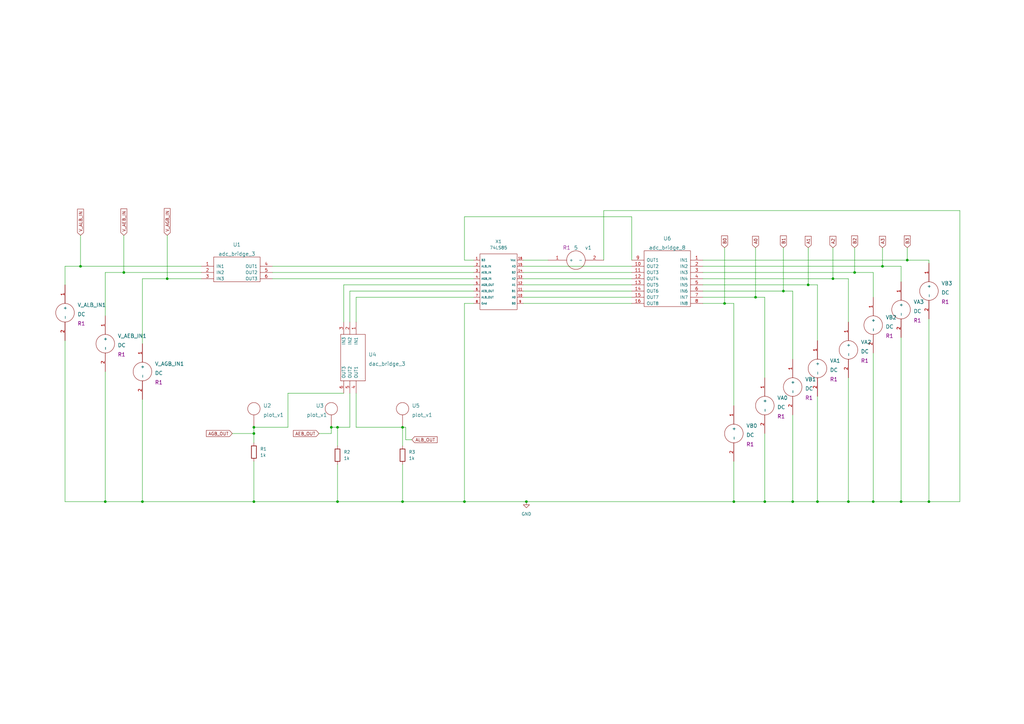
<source format=kicad_sch>
(kicad_sch (version 20211123) (generator eeschema)
  (paper "A3")
  (lib_symbols
    (symbol "DC_1" (pin_names (offset 1.016))
      (property "Reference" "VB0" (at 5.08 3.175 0))
      (property "Value" "DC_1" (at 5.08 -0.635 0))
      (property "Footprint" "R1" (at 5.08 -4.445 0))
      (symbol "DC_1_0_1"
        (circle (center 0 0) (radius 3.81))
      )
      (symbol "DC_1_1_1"
        (pin power_out line (at 0 11.43 270) (length 7.62) (name "+") (number "1"))
        (pin power_in line (at 0 -11.43 90) (length 7.62) (name "-") (number "2"))
      )
    )
    (symbol "DC_10" (pin_names (offset 1.016))
      (property "Reference" "V_AGB_IN1" (at 5.08 3.175 0))
      (property "Value" "DC_10" (at 5.08 -0.635 0))
      (property "Footprint" "R1" (at 5.08 -4.445 0))
      (symbol "DC_10_0_1"
        (circle (center 0 0) (radius 3.81))
      )
      (symbol "DC_10_1_1"
        (pin power_out line (at 0 11.43 270) (length 7.62) (name "+") (number "1"))
        (pin power_in line (at 0 -11.43 90) (length 7.62) (name "-") (number "2"))
      )
    )
    (symbol "DC_11" (pin_names (offset 1.016))
      (property "Reference" "V_AEB_IN1" (at 5.08 3.175 0))
      (property "Value" "DC_11" (at 5.08 -0.635 0))
      (property "Footprint" "R1" (at 5.08 -4.445 0))
      (symbol "DC_11_0_1"
        (circle (center 0 0) (radius 3.81))
      )
      (symbol "DC_11_1_1"
        (pin power_out line (at 0 11.43 270) (length 7.62) (name "+") (number "1"))
        (pin power_in line (at 0 -11.43 90) (length 7.62) (name "-") (number "2"))
      )
    )
    (symbol "DC_2" (pin_names (offset 1.016))
      (property "Reference" "VA0" (at 5.08 3.175 0))
      (property "Value" "DC_2" (at 5.08 -0.635 0))
      (property "Footprint" "R1" (at 5.08 -4.445 0))
      (symbol "DC_2_0_1"
        (circle (center 0 0) (radius 3.81))
      )
      (symbol "DC_2_1_1"
        (pin power_out line (at 0 11.43 270) (length 7.62) (name "+") (number "1"))
        (pin power_in line (at 0 -11.43 90) (length 7.62) (name "-") (number "2"))
      )
    )
    (symbol "DC_3" (pin_names (offset 1.016))
      (property "Reference" "VB1" (at 5.08 3.175 0))
      (property "Value" "DC_3" (at 5.08 -0.635 0))
      (property "Footprint" "R1" (at 5.08 -4.445 0))
      (symbol "DC_3_0_1"
        (circle (center 0 0) (radius 3.81))
      )
      (symbol "DC_3_1_1"
        (pin power_out line (at 0 11.43 270) (length 7.62) (name "+") (number "1"))
        (pin power_in line (at 0 -11.43 90) (length 7.62) (name "-") (number "2"))
      )
    )
    (symbol "DC_4" (pin_names (offset 1.016))
      (property "Reference" "VA1" (at 5.08 3.175 0))
      (property "Value" "DC_4" (at 5.08 -0.635 0))
      (property "Footprint" "R1" (at 5.08 -4.445 0))
      (symbol "DC_4_0_1"
        (circle (center 0 0) (radius 3.81))
      )
      (symbol "DC_4_1_1"
        (pin power_out line (at 0 11.43 270) (length 7.62) (name "+") (number "1"))
        (pin power_in line (at 0 -11.43 90) (length 7.62) (name "-") (number "2"))
      )
    )
    (symbol "DC_5" (pin_names (offset 1.016))
      (property "Reference" "VA2" (at 5.08 3.175 0))
      (property "Value" "DC_5" (at 5.08 -0.635 0))
      (property "Footprint" "R1" (at 5.08 -4.445 0))
      (symbol "DC_5_0_1"
        (circle (center 0 0) (radius 3.81))
      )
      (symbol "DC_5_1_1"
        (pin power_out line (at 0 11.43 270) (length 7.62) (name "+") (number "1"))
        (pin power_in line (at 0 -11.43 90) (length 7.62) (name "-") (number "2"))
      )
    )
    (symbol "DC_6" (pin_names (offset 1.016))
      (property "Reference" "VB2" (at 5.08 3.175 0))
      (property "Value" "DC_6" (at 5.08 -0.635 0))
      (property "Footprint" "R1" (at 5.08 -4.445 0))
      (symbol "DC_6_0_1"
        (circle (center 0 0) (radius 3.81))
      )
      (symbol "DC_6_1_1"
        (pin power_out line (at 0 11.43 270) (length 7.62) (name "+") (number "1"))
        (pin power_in line (at 0 -11.43 90) (length 7.62) (name "-") (number "2"))
      )
    )
    (symbol "DC_7" (pin_names (offset 1.016))
      (property "Reference" "VA3" (at 5.08 3.175 0))
      (property "Value" "DC_7" (at 5.08 -0.635 0))
      (property "Footprint" "R1" (at 5.08 -4.445 0))
      (symbol "DC_7_0_1"
        (circle (center 0 0) (radius 3.81))
      )
      (symbol "DC_7_1_1"
        (pin power_out line (at 0 11.43 270) (length 7.62) (name "+") (number "1"))
        (pin power_in line (at 0 -11.43 90) (length 7.62) (name "-") (number "2"))
      )
    )
    (symbol "DC_8" (pin_names (offset 1.016))
      (property "Reference" "VB3" (at 5.08 3.175 0))
      (property "Value" "DC_8" (at 5.08 -0.635 0))
      (property "Footprint" "R1" (at 5.08 -4.445 0))
      (symbol "DC_8_0_1"
        (circle (center 0 0) (radius 3.81))
      )
      (symbol "DC_8_1_1"
        (pin power_out line (at 0 11.43 270) (length 7.62) (name "+") (number "1"))
        (pin power_in line (at 0 -11.43 90) (length 7.62) (name "-") (number "2"))
      )
    )
    (symbol "DC_9" (pin_names (offset 1.016))
      (property "Reference" "v1" (at 5.08 5.08 90))
      (property "Value" "5" (at 1.27 5.08 90))
      (property "Footprint" "R1" (at -2.54 5.08 90))
      (symbol "DC_9_0_1"
        (circle (center 0 0) (radius 3.81))
      )
      (symbol "DC_9_1_1"
        (pin power_out line (at 0 11.43 270) (length 7.62) (name "+") (number "1"))
        (pin power_in line (at 0 -11.43 90) (length 7.62) (name "-") (number "2"))
      )
    )
    (symbol "eSim_Devices:resistor" (pin_numbers hide) (pin_names (offset 0))
      (property "Reference" "R" (at 1.27 3.302 0))
      (property "Value" "resistor" (at 1.27 -1.27 0))
      (symbol "resistor_0_1"
        (rectangle (start 3.81 0.254) (end -1.27 2.286) (stroke (width 0.254)))
      )
      (symbol "resistor_1_1"
        (pin passive line (at -2.54 1.27 0) (length 1.27) (name "~") (number "1"))
        (pin passive line (at 5.08 1.27 180) (length 1.27) (name "~") (number "2"))
      )
    )
    (symbol "eSim_Hybrid:adc_bridge_3" (pin_names (offset 1.016))
      (property "Reference" "U" (at 0 0 0))
      (property "Value" "adc_bridge_3" (at 0 3.81 0))
      (symbol "adc_bridge_3_0_1"
        (rectangle (start -10.16 5.08) (end 8.89 -5.08))
      )
      (symbol "adc_bridge_3_1_1"
        (pin input line (at -15.24 1.27 0) (length 5.08) (name "IN1") (number "1"))
        (pin input line (at -15.24 -1.27 0) (length 5.08) (name "IN2") (number "2"))
        (pin input line (at -15.24 -3.81 0) (length 5.08) (name "IN3") (number "3"))
        (pin output line (at 13.97 1.27 180) (length 5.08) (name "OUT1") (number "4"))
        (pin output line (at 13.97 -1.27 180) (length 5.08) (name "OUT2") (number "5"))
        (pin output line (at 13.97 -3.81 180) (length 5.08) (name "OUT3") (number "6"))
      )
    )
    (symbol "eSim_Hybrid:adc_bridge_8" (pin_names (offset 1.016))
      (property "Reference" "U" (at 0 0 0))
      (property "Value" "adc_bridge_8" (at 0 3.81 0))
      (symbol "adc_bridge_8_0_1"
        (rectangle (start -10.16 5.08) (end 8.89 -17.78))
      )
      (symbol "adc_bridge_8_1_1"
        (pin input line (at -15.24 1.27 0) (length 5.08) (name "IN1") (number "1"))
        (pin output line (at 13.97 -1.27 180) (length 5.08) (name "OUT2") (number "10"))
        (pin output line (at 13.97 -3.81 180) (length 5.08) (name "OUT3") (number "11"))
        (pin output line (at 13.97 -6.35 180) (length 5.08) (name "OUT4") (number "12"))
        (pin output line (at 13.97 -8.89 180) (length 5.08) (name "OUT5") (number "13"))
        (pin output line (at 13.97 -11.43 180) (length 5.08) (name "OUT6") (number "14"))
        (pin output line (at 13.97 -13.97 180) (length 5.08) (name "OUT7") (number "15"))
        (pin output line (at 13.97 -16.51 180) (length 5.08) (name "OUT8") (number "16"))
        (pin input line (at -15.24 -1.27 0) (length 5.08) (name "IN2") (number "2"))
        (pin input line (at -15.24 -3.81 0) (length 5.08) (name "IN3") (number "3"))
        (pin input line (at -15.24 -6.35 0) (length 5.08) (name "IN4") (number "4"))
        (pin input line (at -15.24 -8.89 0) (length 5.08) (name "IN5") (number "5"))
        (pin input line (at -15.24 -11.43 0) (length 5.08) (name "IN6") (number "6"))
        (pin input line (at -15.24 -13.97 0) (length 5.08) (name "IN7") (number "7"))
        (pin input line (at -15.24 -16.51 0) (length 5.08) (name "IN8") (number "8"))
        (pin output line (at 13.97 1.27 180) (length 5.08) (name "OUT1") (number "9"))
      )
    )
    (symbol "eSim_Hybrid:dac_bridge_3" (pin_names (offset 1.016))
      (property "Reference" "U" (at 0 0 0))
      (property "Value" "dac_bridge_3" (at 0 3.81 0))
      (symbol "dac_bridge_3_0_1"
        (rectangle (start -10.16 5.08) (end 8.89 -5.08))
      )
      (symbol "dac_bridge_3_1_1"
        (pin input line (at -15.24 1.27 0) (length 5.08) (name "IN1") (number "1"))
        (pin input line (at -15.24 -1.27 0) (length 5.08) (name "IN2") (number "2"))
        (pin input line (at -15.24 -3.81 0) (length 5.08) (name "IN3") (number "3"))
        (pin output line (at 13.97 1.27 180) (length 5.08) (name "OUT1") (number "4"))
        (pin output line (at 13.97 -1.27 180) (length 5.08) (name "OUT2") (number "5"))
        (pin output line (at 13.97 -3.81 180) (length 5.08) (name "OUT3") (number "6"))
      )
    )
    (symbol "eSim_Plot:plot_v1" (pin_names (offset 1.016))
      (property "Reference" "U" (at 0 12.7 0))
      (property "Value" "plot_v1" (at 5.08 8.89 0))
      (symbol "plot_v1_0_1"
        (circle (center 0 12.7) (radius 2.54))
      )
      (symbol "plot_v1_1_1"
        (pin input line (at 0 5.08 90) (length 5.08) (name "~") (number "~"))
      )
    )
    (symbol "eSim_Power:eSim_GND" (power) (pin_names (offset 0))
      (property "Value" "eSim_GND" (at 0 -3.81 0))
      (symbol "eSim_GND_0_1"
        (polyline (pts (xy 0 0) (xy 0 -1.27) (xy 1.27 -1.27) (xy 0 -2.54) (xy -1.27 -1.27) (xy 0 -1.27)))
      )
      (symbol "eSim_GND_1_1"
        (pin power_in line (at 0 0 270) (length 0) hide (name "GND") (number "1"))
      )
    )
    (symbol "eSim_Sources:DC" (pin_names (offset 1.016))
      (property "Reference" "V_ALB_IN1" (at 5.08 3.175 0))
      (property "Value" "DC" (at 5.08 -0.635 0))
      (property "Footprint" "R1" (at 5.08 -4.445 0))
      (symbol "DC_0_1"
        (circle (center 0 0) (radius 3.81))
      )
      (symbol "DC_1_1"
        (pin power_out line (at 0 11.43 270) (length 7.62) (name "+") (number "1"))
        (pin power_in line (at 0 -11.43 90) (length 7.62) (name "-") (number "2"))
      )
    )
    (symbol "eSim_Subckt:74LS85"
      (property "Reference" "X" (at 0 0 0))
      (property "Value" "74LS85" (at 0 0 0))
      (symbol "74LS85_0_1"
        (rectangle (start -7.62 11.43) (end 7.62 -11.43))
      )
      (symbol "74LS85_1_1"
        (pin input line (at -10.16 8.89 0) (length 2.54) (name "B3") (number "1"))
        (pin input line (at 10.16 -6.35 180) (length 2.54) (name "A0") (number "10"))
        (pin input line (at 10.16 -3.81 180) (length 2.54) (name "B1") (number "11"))
        (pin input line (at 10.16 -1.27 180) (length 2.54) (name "A1") (number "12"))
        (pin input line (at 10.16 1.27 180) (length 2.54) (name "A2") (number "13"))
        (pin input line (at 10.16 3.81 180) (length 2.54) (name "B2") (number "14"))
        (pin input line (at 10.16 6.35 180) (length 2.54) (name "A3") (number "15"))
        (pin power_in line (at 10.16 8.89 180) (length 2.54) (name "Vcc") (number "16"))
        (pin input line (at -10.16 6.35 0) (length 2.54) (name "ALB_IN") (number "2"))
        (pin input line (at -10.16 3.81 0) (length 2.54) (name "AEB_IN") (number "3"))
        (pin input line (at -10.16 1.27 0) (length 2.54) (name "AGB_IN") (number "4"))
        (pin output line (at -10.16 -1.27 0) (length 2.54) (name "AGB_OUT") (number "5"))
        (pin output line (at -10.16 -3.81 0) (length 2.54) (name "AEB_OUT") (number "6"))
        (pin output line (at -10.16 -6.35 0) (length 2.54) (name "ALB_OUT") (number "7"))
        (pin power_in line (at -10.16 -8.89 0) (length 2.54) (name "Gnd") (number "8"))
        (pin input line (at 10.16 -8.89 180) (length 2.54) (name "B0") (number "9"))
      )
    )
  )
  (junction (at 165.1 205.74))
  (junction (at 104.14 175.26))
  (junction (at 341.63 114.3))
  (junction (at 335.28 205.74))
  (junction (at 138.43 175.26))
  (junction (at 33.02 109.22))
  (junction (at 369.57 205.74))
  (junction (at 313.69 205.74))
  (junction (at 350.52 111.76))
  (junction (at 138.43 205.74))
  (junction (at 297.18 124.46))
  (junction (at 104.14 177.8))
  (junction (at 321.31 119.38))
  (junction (at 300.99 205.74))
  (junction (at 190.5 205.74))
  (junction (at 104.14 205.74))
  (junction (at 165.1 175.26))
  (junction (at 381 205.74))
  (junction (at 135.89 175.26))
  (junction (at 43.18 205.74))
  (junction (at 50.8 111.76))
  (junction (at 58.42 205.74))
  (junction (at 358.14 205.74))
  (junction (at 372.11 106.68))
  (junction (at 331.47 116.84))
  (junction (at 68.58 114.3))
  (junction (at 325.12 205.74))
  (junction (at 309.88 121.92))
  (junction (at 215.9 205.74))
  (junction (at 347.98 205.74))
  (junction (at 361.95 109.22))
  (wire (pts (xy 369.57 138.43) (xy 369.57 205.74)))
  (wire (pts (xy 190.5 124.46) (xy 190.5 205.74)))
  (wire (pts (xy 140.97 132.08) (xy 140.97 116.84)))
  (wire (pts (xy 165.1 205.74) (xy 190.5 205.74)))
  (wire (pts (xy 313.69 154.94) (xy 313.69 121.92)))
  (wire (pts (xy 146.05 161.29) (xy 146.05 175.26)))
  (wire (pts (xy 372.11 106.68) (xy 288.29 106.68)))
  (wire (pts (xy 190.5 124.46) (xy 194.31 124.46)))
  (wire (pts (xy 26.67 116.84) (xy 26.67 109.22)))
  (wire (pts (xy 190.5 88.9) (xy 190.5 106.68)))
  (wire (pts (xy 111.76 109.22) (xy 194.31 109.22)))
  (wire (pts (xy 325.12 170.18) (xy 325.12 205.74)))
  (wire (pts (xy 335.28 116.84) (xy 331.47 116.84)))
  (wire (pts (xy 214.63 111.76) (xy 259.08 111.76)))
  (wire (pts (xy 347.98 154.94) (xy 347.98 205.74)))
  (wire (pts (xy 341.63 101.6) (xy 341.63 114.3)))
  (wire (pts (xy 33.02 96.52) (xy 33.02 109.22)))
  (wire (pts (xy 111.76 111.76) (xy 194.31 111.76)))
  (wire (pts (xy 300.99 166.37) (xy 300.99 124.46)))
  (wire (pts (xy 358.14 144.78) (xy 358.14 205.74)))
  (wire (pts (xy 146.05 132.08) (xy 146.05 121.92)))
  (wire (pts (xy 190.5 106.68) (xy 194.31 106.68)))
  (wire (pts (xy 43.18 111.76) (xy 50.8 111.76)))
  (wire (pts (xy 118.11 161.29) (xy 140.97 161.29)))
  (wire (pts (xy 104.14 175.26) (xy 104.14 177.8)))
  (wire (pts (xy 259.08 88.9) (xy 190.5 88.9)))
  (wire (pts (xy 347.98 132.08) (xy 347.98 114.3)))
  (wire (pts (xy 26.67 109.22) (xy 33.02 109.22)))
  (wire (pts (xy 361.95 101.6) (xy 361.95 109.22)))
  (wire (pts (xy 325.12 119.38) (xy 325.12 147.32)))
  (wire (pts (xy 104.14 189.23) (xy 104.14 205.74)))
  (wire (pts (xy 43.18 129.54) (xy 43.18 111.76)))
  (wire (pts (xy 33.02 109.22) (xy 82.55 109.22)))
  (wire (pts (xy 190.5 205.74) (xy 215.9 205.74)))
  (wire (pts (xy 165.1 175.26) (xy 166.37 175.26)))
  (wire (pts (xy 58.42 163.83) (xy 58.42 205.74)))
  (wire (pts (xy 358.14 205.74) (xy 369.57 205.74)))
  (wire (pts (xy 325.12 205.74) (xy 335.28 205.74)))
  (wire (pts (xy 358.14 121.92) (xy 358.14 111.76)))
  (wire (pts (xy 350.52 111.76) (xy 288.29 111.76)))
  (wire (pts (xy 68.58 96.52) (xy 68.58 114.3)))
  (wire (pts (xy 143.51 119.38) (xy 194.31 119.38)))
  (wire (pts (xy 369.57 109.22) (xy 361.95 109.22)))
  (wire (pts (xy 321.31 119.38) (xy 325.12 119.38)))
  (wire (pts (xy 215.9 205.74) (xy 300.99 205.74)))
  (wire (pts (xy 247.65 86.36) (xy 393.7 86.36)))
  (wire (pts (xy 381 106.68) (xy 372.11 106.68)))
  (wire (pts (xy 214.63 124.46) (xy 259.08 124.46)))
  (wire (pts (xy 393.7 86.36) (xy 393.7 205.74)))
  (wire (pts (xy 58.42 205.74) (xy 104.14 205.74)))
  (wire (pts (xy 214.63 116.84) (xy 259.08 116.84)))
  (wire (pts (xy 309.88 121.92) (xy 288.29 121.92)))
  (wire (pts (xy 95.25 177.8) (xy 104.14 177.8)))
  (wire (pts (xy 165.1 175.26) (xy 165.1 182.88)))
  (wire (pts (xy 369.57 205.74) (xy 381 205.74)))
  (wire (pts (xy 347.98 205.74) (xy 358.14 205.74)))
  (wire (pts (xy 214.63 109.22) (xy 259.08 109.22)))
  (wire (pts (xy 347.98 114.3) (xy 341.63 114.3)))
  (wire (pts (xy 118.11 175.26) (xy 118.11 161.29)))
  (wire (pts (xy 146.05 175.26) (xy 165.1 175.26)))
  (wire (pts (xy 335.28 139.7) (xy 335.28 116.84)))
  (wire (pts (xy 68.58 114.3) (xy 82.55 114.3)))
  (wire (pts (xy 26.67 205.74) (xy 43.18 205.74)))
  (wire (pts (xy 214.63 114.3) (xy 259.08 114.3)))
  (wire (pts (xy 135.89 177.8) (xy 135.89 175.26)))
  (wire (pts (xy 369.57 115.57) (xy 369.57 109.22)))
  (wire (pts (xy 393.7 205.74) (xy 381 205.74)))
  (wire (pts (xy 350.52 101.6) (xy 350.52 111.76)))
  (wire (pts (xy 259.08 106.68) (xy 259.08 88.9)))
  (wire (pts (xy 111.76 114.3) (xy 194.31 114.3)))
  (wire (pts (xy 313.69 177.8) (xy 313.69 205.74)))
  (wire (pts (xy 381 205.74) (xy 381 130.81)))
  (wire (pts (xy 146.05 121.92) (xy 194.31 121.92)))
  (wire (pts (xy 300.99 124.46) (xy 297.18 124.46)))
  (wire (pts (xy 214.63 119.38) (xy 259.08 119.38)))
  (wire (pts (xy 130.81 177.8) (xy 135.89 177.8)))
  (wire (pts (xy 372.11 101.6) (xy 372.11 106.68)))
  (wire (pts (xy 143.51 132.08) (xy 143.51 119.38)))
  (wire (pts (xy 335.28 205.74) (xy 347.98 205.74)))
  (wire (pts (xy 331.47 116.84) (xy 288.29 116.84)))
  (wire (pts (xy 50.8 111.76) (xy 82.55 111.76)))
  (wire (pts (xy 300.99 189.23) (xy 300.99 205.74)))
  (wire (pts (xy 143.51 175.26) (xy 138.43 175.26)))
  (wire (pts (xy 26.67 139.7) (xy 26.67 205.74)))
  (wire (pts (xy 104.14 177.8) (xy 104.14 181.61)))
  (wire (pts (xy 140.97 116.84) (xy 194.31 116.84)))
  (wire (pts (xy 166.37 180.34) (xy 166.37 175.26)))
  (wire (pts (xy 168.91 180.34) (xy 166.37 180.34)))
  (wire (pts (xy 214.63 121.92) (xy 259.08 121.92)))
  (wire (pts (xy 214.63 106.68) (xy 224.79 106.68)))
  (wire (pts (xy 309.88 101.6) (xy 309.88 121.92)))
  (wire (pts (xy 300.99 205.74) (xy 313.69 205.74)))
  (wire (pts (xy 138.43 175.26) (xy 135.89 175.26)))
  (wire (pts (xy 335.28 162.56) (xy 335.28 205.74)))
  (wire (pts (xy 138.43 190.5) (xy 138.43 205.74)))
  (wire (pts (xy 50.8 96.52) (xy 50.8 111.76)))
  (wire (pts (xy 165.1 190.5) (xy 165.1 205.74)))
  (wire (pts (xy 297.18 124.46) (xy 288.29 124.46)))
  (wire (pts (xy 361.95 109.22) (xy 288.29 109.22)))
  (wire (pts (xy 321.31 101.6) (xy 321.31 119.38)))
  (wire (pts (xy 138.43 205.74) (xy 165.1 205.74)))
  (wire (pts (xy 331.47 101.6) (xy 331.47 116.84)))
  (wire (pts (xy 43.18 205.74) (xy 58.42 205.74)))
  (wire (pts (xy 313.69 121.92) (xy 309.88 121.92)))
  (wire (pts (xy 104.14 175.26) (xy 118.11 175.26)))
  (wire (pts (xy 341.63 114.3) (xy 288.29 114.3)))
  (wire (pts (xy 247.65 106.68) (xy 247.65 86.36)))
  (wire (pts (xy 143.51 161.29) (xy 143.51 175.26)))
  (wire (pts (xy 58.42 114.3) (xy 68.58 114.3)))
  (wire (pts (xy 288.29 119.38) (xy 321.31 119.38)))
  (wire (pts (xy 43.18 152.4) (xy 43.18 205.74)))
  (wire (pts (xy 358.14 111.76) (xy 350.52 111.76)))
  (wire (pts (xy 381 107.95) (xy 381 106.68)))
  (wire (pts (xy 104.14 205.74) (xy 138.43 205.74)))
  (wire (pts (xy 58.42 140.97) (xy 58.42 114.3)))
  (wire (pts (xy 313.69 205.74) (xy 325.12 205.74)))
  (wire (pts (xy 138.43 175.26) (xy 138.43 182.88)))
  (wire (pts (xy 297.18 101.6) (xy 297.18 124.46)))
  (global_label "AGB_OUT" (shape input) (at 95.25 177.8 180) (property "Intersheet References" "${INTERSHEET_REFS}" (effects hide)))
  (global_label "ALB_OUT" (shape input) (at 168.91 180.34 0) (property "Intersheet References" "${INTERSHEET_REFS}" (effects hide)))
  (global_label "B0" (shape input) (at 297.18 101.6 90) (property "Intersheet References" "${INTERSHEET_REFS}" (effects hide)))
  (global_label "B2" (shape input) (at 350.52 101.6 90) (property "Intersheet References" "${INTERSHEET_REFS}" (effects hide)))
  (global_label "A0" (shape input) (at 309.88 101.6 90) (property "Intersheet References" "${INTERSHEET_REFS}" (effects hide)))
  (global_label "A1" (shape input) (at 331.47 101.6 90) (property "Intersheet References" "${INTERSHEET_REFS}" (effects hide)))
  (global_label "B1" (shape input) (at 321.31 101.6 90) (property "Intersheet References" "${INTERSHEET_REFS}" (effects hide)))
  (global_label "V_AEB_IN" (shape input) (at 50.8 96.52 90) (property "Intersheet References" "${INTERSHEET_REFS}" (effects hide)))
  (global_label "V_AGB_IN" (shape input) (at 68.58 96.52 90) (property "Intersheet References" "${INTERSHEET_REFS}" (effects hide)))
  (global_label "A2" (shape input) (at 341.63 101.6 90) (property "Intersheet References" "${INTERSHEET_REFS}" (effects hide)))
  (global_label "B3" (shape input) (at 372.11 101.6 90) (property "Intersheet References" "${INTERSHEET_REFS}" (effects hide)))
  (global_label "A3" (shape input) (at 361.95 101.6 90) (property "Intersheet References" "${INTERSHEET_REFS}" (effects hide)))
  (global_label "V_ALB_IN" (shape input) (at 33.02 96.52 90) (property "Intersheet References" "${INTERSHEET_REFS}" (effects hide)))
  (global_label "AEB_OUT" (shape input) (at 130.81 177.8 180) (property "Intersheet References" "${INTERSHEET_REFS}" (effects hide)))
  (symbol (lib_name "DC_3") (lib_id "eSim_Sources:DC") (at 325.12 158.75 0) (unit 1)
    (property "Reference" "VB1" (at 330.2 155.575 0) (effects (font (size 1.524 1.524)) (justify left)))
    (property "Value" "DC" (at 330.2 159.385 0) (effects (font (size 1.524 1.524)) (justify left)))
    (property "Footprint" "R1" (at 330.2 163.195 0) (effects (font (size 1.524 1.524)) (justify left)))
  )
  (symbol (lib_id "eSim_Devices:resistor") (at 105.41 186.69 90) (unit 1)
    (property "Reference" "R1" (at 106.68 184.1499 90) (effects (justify right)))
    (property "Value" "1k" (at 106.68 186.6899 90) (effects (justify right)))
  )
  (symbol (lib_name "DC_8") (lib_id "eSim_Sources:DC") (at 381 119.38 0) (unit 1)
    (property "Reference" "VB3" (at 386.08 116.205 0) (effects (font (size 1.524 1.524)) (justify left)))
    (property "Value" "DC" (at 386.08 120.015 0) (effects (font (size 1.524 1.524)) (justify left)))
    (property "Footprint" "R1" (at 386.08 123.825 0) (effects (font (size 1.524 1.524)) (justify left)))
  )
  (symbol (lib_name "DC_7") (lib_id "eSim_Sources:DC") (at 369.57 127 0) (unit 1)
    (property "Reference" "VA3" (at 374.65 123.825 0) (effects (font (size 1.524 1.524)) (justify left)))
    (property "Value" "DC" (at 374.65 127.635 0) (effects (font (size 1.524 1.524)) (justify left)))
    (property "Footprint" "R1" (at 374.65 131.445 0) (effects (font (size 1.524 1.524)) (justify left)))
  )
  (symbol (lib_name "DC_11") (lib_id "eSim_Sources:DC") (at 43.18 140.97 0) (unit 1)
    (property "Reference" "V_AEB_IN1" (at 48.26 137.795 0) (effects (font (size 1.524 1.524)) (justify left)))
    (property "Value" "DC" (at 48.26 141.605 0) (effects (font (size 1.524 1.524)) (justify left)))
    (property "Footprint" "R1" (at 48.26 145.415 0) (effects (font (size 1.524 1.524)) (justify left)))
  )
  (symbol (lib_id "eSim_Subckt:74LS85") (at 204.47 115.57 0) (unit 1)
    (property "Reference" "X1" (at 204.47 99.06 0))
    (property "Value" "74LS85" (at 204.47 101.6 0))
  )
  (symbol (lib_id "eSim_Hybrid:adc_bridge_3") (at 97.79 110.49 0) (unit 1)
    (property "Reference" "U1" (at 97.155 100.33 0) (effects (font (size 1.524 1.524))))
    (property "Value" "adc_bridge_3" (at 97.155 104.14 0) (effects (font (size 1.524 1.524))))
  )
  (symbol (lib_name "DC_2") (lib_id "eSim_Sources:DC") (at 313.69 166.37 0) (unit 1)
    (property "Reference" "VA0" (at 318.77 163.195 0) (effects (font (size 1.524 1.524)) (justify left)))
    (property "Value" "DC" (at 318.77 167.005 0) (effects (font (size 1.524 1.524)) (justify left)))
    (property "Footprint" "R1" (at 318.77 170.815 0) (effects (font (size 1.524 1.524)) (justify left)))
  )
  (symbol (lib_id "eSim_Hybrid:adc_bridge_8") (at 273.05 107.95 0) (mirror y) (unit 1)
    (property "Reference" "U6" (at 273.685 97.79 0) (effects (font (size 1.524 1.524))))
    (property "Value" "adc_bridge_8" (at 273.685 101.6 0) (effects (font (size 1.524 1.524))))
  )
  (symbol (lib_id "eSim_Devices:resistor") (at 166.37 187.96 90) (unit 1)
    (property "Reference" "R3" (at 167.64 185.4199 90) (effects (justify right)))
    (property "Value" "1k" (at 167.64 187.9599 90) (effects (justify right)))
  )
  (symbol (lib_name "DC_6") (lib_id "eSim_Sources:DC") (at 358.14 133.35 0) (unit 1)
    (property "Reference" "VB2" (at 363.22 130.175 0) (effects (font (size 1.524 1.524)) (justify left)))
    (property "Value" "DC" (at 363.22 133.985 0) (effects (font (size 1.524 1.524)) (justify left)))
    (property "Footprint" "R1" (at 363.22 137.795 0) (effects (font (size 1.524 1.524)) (justify left)))
  )
  (symbol (lib_id "eSim_Sources:DC") (at 26.67 128.27 0) (unit 1)
    (property "Reference" "V_ALB_IN1" (at 31.75 125.095 0) (effects (font (size 1.524 1.524)) (justify left)))
    (property "Value" "DC" (at 31.75 128.905 0) (effects (font (size 1.524 1.524)) (justify left)))
    (property "Footprint" "R1" (at 31.75 132.715 0) (effects (font (size 1.524 1.524)) (justify left)))
  )
  (symbol (lib_name "DC_9") (lib_id "eSim_Sources:DC") (at 236.22 106.68 90) (unit 1)
    (property "Reference" "v1" (at 241.3 101.6 90) (effects (font (size 1.524 1.524))))
    (property "Value" "5" (at 236.22 101.6 90) (effects (font (size 1.524 1.524))))
    (property "Footprint" "R1" (at 232.41 101.6 90) (effects (font (size 1.524 1.524))))
  )
  (symbol (lib_name "DC_1") (lib_id "eSim_Sources:DC") (at 300.99 177.8 0) (unit 1)
    (property "Reference" "VB0" (at 306.07 174.625 0) (effects (font (size 1.524 1.524)) (justify left)))
    (property "Value" "DC" (at 306.07 178.435 0) (effects (font (size 1.524 1.524)) (justify left)))
    (property "Footprint" "R1" (at 306.07 182.245 0) (effects (font (size 1.524 1.524)) (justify left)))
  )
  (symbol (lib_name "DC_10") (lib_id "eSim_Sources:DC") (at 58.42 152.4 0) (unit 1)
    (property "Reference" "V_AGB_IN1" (at 63.5 149.225 0) (effects (font (size 1.524 1.524)) (justify left)))
    (property "Value" "DC" (at 63.5 153.035 0) (effects (font (size 1.524 1.524)) (justify left)))
    (property "Footprint" "R1" (at 63.5 156.845 0) (effects (font (size 1.524 1.524)) (justify left)))
  )
  (symbol (lib_id "eSim_Hybrid:dac_bridge_3") (at 144.78 147.32 270) (unit 1)
    (property "Reference" "U4" (at 151.13 145.415 90) (effects (font (size 1.524 1.524)) (justify left)))
    (property "Value" "dac_bridge_3" (at 151.13 149.225 90) (effects (font (size 1.524 1.524)) (justify left)))
  )
  (symbol (lib_id "eSim_Power:eSim_GND") (at 215.9 205.74 0) (unit 1)
    (property "Reference" "#PWR01" (effects hide))
    (property "Value" "eSim_GND" (at 215.9 210.82 0))
  )
  (symbol (lib_id "eSim_Plot:plot_v1") (at 165.1 180.34 0) (unit 1)
    (property "Reference" "U5" (at 168.91 166.37 0) (effects (font (size 1.524 1.524)) (justify left)))
    (property "Value" "plot_v1" (at 168.91 170.18 0) (effects (font (size 1.524 1.524)) (justify left)))
  )
  (symbol (lib_id "eSim_Plot:plot_v1") (at 104.14 180.34 0) (unit 1)
    (property "Reference" "U2" (at 107.95 166.37 0) (effects (font (size 1.524 1.524)) (justify left)))
    (property "Value" "plot_v1" (at 107.95 170.18 0) (effects (font (size 1.524 1.524)) (justify left)))
  )
  (symbol (lib_id "eSim_Plot:plot_v1") (at 135.89 180.34 0) (unit 1)
    (property "Reference" "U3" (at 129.54 166.37 0) (effects (font (size 1.524 1.524)) (justify left)))
    (property "Value" "plot_v1" (at 125.73 170.18 0) (effects (font (size 1.524 1.524)) (justify left)))
  )
  (symbol (lib_name "DC_4") (lib_id "eSim_Sources:DC") (at 335.28 151.13 0) (unit 1)
    (property "Reference" "VA1" (at 340.36 147.955 0) (effects (font (size 1.524 1.524)) (justify left)))
    (property "Value" "DC" (at 340.36 151.765 0) (effects (font (size 1.524 1.524)) (justify left)))
    (property "Footprint" "R1" (at 340.36 155.575 0) (effects (font (size 1.524 1.524)) (justify left)))
  )
  (symbol (lib_id "eSim_Devices:resistor") (at 139.7 187.96 90) (unit 1)
    (property "Reference" "R2" (at 140.97 185.4199 90) (effects (justify right)))
    (property "Value" "1k" (at 140.97 187.9599 90) (effects (justify right)))
  )
  (symbol (lib_name "DC_5") (lib_id "eSim_Sources:DC") (at 347.98 143.51 0) (unit 1)
    (property "Reference" "VA2" (at 353.06 140.335 0) (effects (font (size 1.524 1.524)) (justify left)))
    (property "Value" "DC" (at 353.06 144.145 0) (effects (font (size 1.524 1.524)) (justify left)))
    (property "Footprint" "R1" (at 353.06 147.955 0) (effects (font (size 1.524 1.524)) (justify left)))
  )
)
</source>
